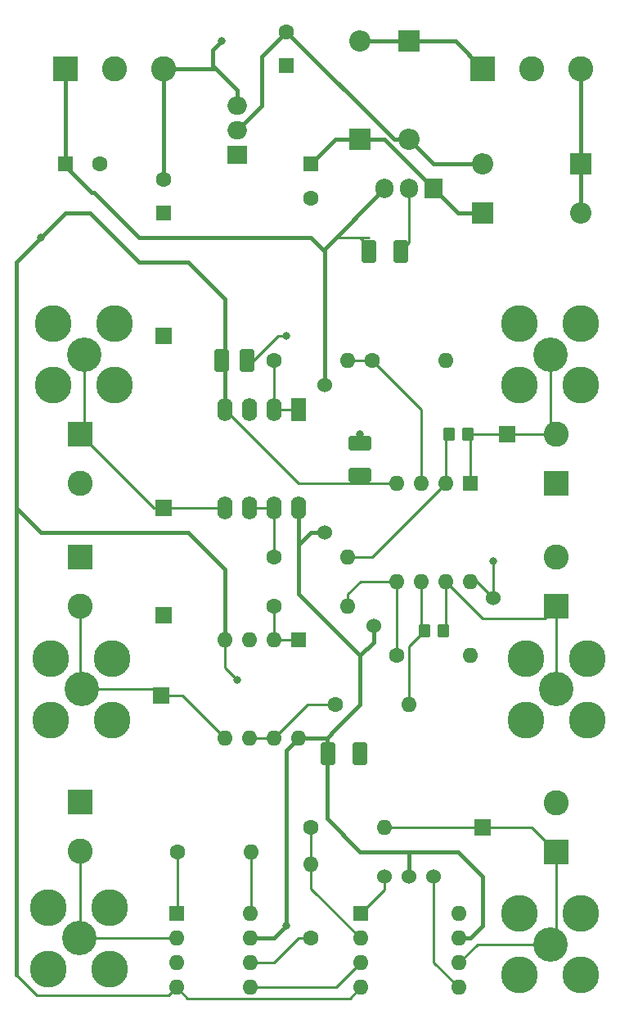
<source format=gbr>
%TF.GenerationSoftware,KiCad,Pcbnew,(6.0.9)*%
%TF.CreationDate,2024-03-02T11:40:50+05:30*%
%TF.ProjectId,CT_2.0.0,43545f32-2e30-42e3-902e-6b696361645f,rev?*%
%TF.SameCoordinates,Original*%
%TF.FileFunction,Copper,L1,Top*%
%TF.FilePolarity,Positive*%
%FSLAX46Y46*%
G04 Gerber Fmt 4.6, Leading zero omitted, Abs format (unit mm)*
G04 Created by KiCad (PCBNEW (6.0.9)) date 2024-03-02 11:40:50*
%MOMM*%
%LPD*%
G01*
G04 APERTURE LIST*
G04 Aperture macros list*
%AMRoundRect*
0 Rectangle with rounded corners*
0 $1 Rounding radius*
0 $2 $3 $4 $5 $6 $7 $8 $9 X,Y pos of 4 corners*
0 Add a 4 corners polygon primitive as box body*
4,1,4,$2,$3,$4,$5,$6,$7,$8,$9,$2,$3,0*
0 Add four circle primitives for the rounded corners*
1,1,$1+$1,$2,$3*
1,1,$1+$1,$4,$5*
1,1,$1+$1,$6,$7*
1,1,$1+$1,$8,$9*
0 Add four rect primitives between the rounded corners*
20,1,$1+$1,$2,$3,$4,$5,0*
20,1,$1+$1,$4,$5,$6,$7,0*
20,1,$1+$1,$6,$7,$8,$9,0*
20,1,$1+$1,$8,$9,$2,$3,0*%
G04 Aperture macros list end*
%TA.AperFunction,ComponentPad*%
%ADD10R,2.600000X2.600000*%
%TD*%
%TA.AperFunction,ComponentPad*%
%ADD11C,2.600000*%
%TD*%
%TA.AperFunction,ComponentPad*%
%ADD12C,1.600000*%
%TD*%
%TA.AperFunction,ComponentPad*%
%ADD13O,1.600000X1.600000*%
%TD*%
%TA.AperFunction,ComponentPad*%
%ADD14C,3.556000*%
%TD*%
%TA.AperFunction,ComponentPad*%
%ADD15C,3.810000*%
%TD*%
%TA.AperFunction,SMDPad,CuDef*%
%ADD16RoundRect,0.250000X-0.350000X-0.450000X0.350000X-0.450000X0.350000X0.450000X-0.350000X0.450000X0*%
%TD*%
%TA.AperFunction,ComponentPad*%
%ADD17R,1.600000X1.600000*%
%TD*%
%TA.AperFunction,ComponentPad*%
%ADD18C,1.524000*%
%TD*%
%TA.AperFunction,ComponentPad*%
%ADD19R,1.600000X2.400000*%
%TD*%
%TA.AperFunction,ComponentPad*%
%ADD20O,1.600000X2.400000*%
%TD*%
%TA.AperFunction,SMDPad,CuDef*%
%ADD21RoundRect,0.250001X-0.499999X-0.924999X0.499999X-0.924999X0.499999X0.924999X-0.499999X0.924999X0*%
%TD*%
%TA.AperFunction,SMDPad,CuDef*%
%ADD22RoundRect,0.250001X0.924999X-0.499999X0.924999X0.499999X-0.924999X0.499999X-0.924999X-0.499999X0*%
%TD*%
%TA.AperFunction,ComponentPad*%
%ADD23R,1.700000X1.700000*%
%TD*%
%TA.AperFunction,SMDPad,CuDef*%
%ADD24RoundRect,0.250000X0.350000X0.450000X-0.350000X0.450000X-0.350000X-0.450000X0.350000X-0.450000X0*%
%TD*%
%TA.AperFunction,ComponentPad*%
%ADD25R,1.905000X2.000000*%
%TD*%
%TA.AperFunction,ComponentPad*%
%ADD26O,1.905000X2.000000*%
%TD*%
%TA.AperFunction,SMDPad,CuDef*%
%ADD27RoundRect,0.250000X-0.500000X-0.925000X0.500000X-0.925000X0.500000X0.925000X-0.500000X0.925000X0*%
%TD*%
%TA.AperFunction,ComponentPad*%
%ADD28R,2.000000X1.905000*%
%TD*%
%TA.AperFunction,ComponentPad*%
%ADD29O,2.000000X1.905000*%
%TD*%
%TA.AperFunction,ComponentPad*%
%ADD30R,2.200000X2.200000*%
%TD*%
%TA.AperFunction,ComponentPad*%
%ADD31O,2.200000X2.200000*%
%TD*%
%TA.AperFunction,ViaPad*%
%ADD32C,0.800000*%
%TD*%
%TA.AperFunction,Conductor*%
%ADD33C,0.400000*%
%TD*%
%TA.AperFunction,Conductor*%
%ADD34C,0.250000*%
%TD*%
G04 APERTURE END LIST*
D10*
%TO.P,J7,1,Pin_1*%
%TO.N,+8V*%
X76195000Y-51105000D03*
D11*
%TO.P,J7,2,Pin_2*%
%TO.N,GND*%
X81275000Y-51105000D03*
%TO.P,J7,3,Pin_3*%
%TO.N,-8V*%
X86355000Y-51105000D03*
%TD*%
D12*
%TO.P,R7,1*%
%TO.N,Net-(R2-Pad2)*%
X101600000Y-129540000D03*
D13*
%TO.P,R7,2*%
%TO.N,Net-(J2-Pad1)*%
X109220000Y-129540000D03*
%TD*%
D12*
%TO.P,R6,1*%
%TO.N,Net-(R6-Pad1)*%
X104140000Y-116840000D03*
D13*
%TO.P,R6,2*%
%TO.N,Net-(R11-Pad1)*%
X111760000Y-116840000D03*
%TD*%
D14*
%TO.P,J5,1,In*%
%TO.N,Net-(J12-Pad2)*%
X77825000Y-115240000D03*
D15*
%TO.P,J5,2,Ext*%
%TO.N,Net-(J12-Pad1)*%
X74650000Y-112065000D03*
X81000000Y-112065000D03*
X74650000Y-118415000D03*
X81000000Y-118415000D03*
%TD*%
D16*
%TO.P,R11,1*%
%TO.N,Net-(R11-Pad1)*%
X113300000Y-109220000D03*
%TO.P,R11,2*%
%TO.N,Net-(J13-Pad1)*%
X115300000Y-109220000D03*
%TD*%
D17*
%TO.P,C3,1*%
%TO.N,+8V*%
X76200000Y-60960000D03*
D12*
%TO.P,C3,2*%
%TO.N,GND*%
X79700000Y-60960000D03*
%TD*%
D17*
%TO.P,C1,1*%
%TO.N,Net-(C1-Pad1)*%
X101600000Y-60960000D03*
D12*
%TO.P,C1,2*%
%TO.N,GND*%
X101600000Y-64460000D03*
%TD*%
D18*
%TO.P,U8,1*%
%TO.N,+8V*%
X120424700Y-105785873D03*
X108050200Y-108642751D03*
%TD*%
D14*
%TO.P,J4,1,In*%
%TO.N,Net-(J11-Pad2)*%
X77561500Y-140980000D03*
D15*
%TO.P,J4,2,Ext*%
%TO.N,Net-(J11-Pad1)*%
X80736500Y-144155000D03*
X80736500Y-137805000D03*
X74386500Y-137805000D03*
X74386500Y-144155000D03*
%TD*%
D12*
%TO.P,R5,1*%
%TO.N,Net-(R5-Pad1)*%
X97790000Y-106680000D03*
D13*
%TO.P,R5,2*%
%TO.N,Net-(R5-Pad2)*%
X105410000Y-106680000D03*
%TD*%
D18*
%TO.P,U9,1*%
%TO.N,+8V*%
X103000000Y-99060000D03*
X103000000Y-83820000D03*
%TD*%
D17*
%TO.P,C4,1*%
%TO.N,GND*%
X86360000Y-66040000D03*
D12*
%TO.P,C4,2*%
%TO.N,-8V*%
X86360000Y-62540000D03*
%TD*%
D19*
%TO.P,U1,1*%
%TO.N,Net-(R3-Pad1)*%
X100320000Y-86365000D03*
D20*
%TO.P,U1,2,-*%
X97780000Y-86365000D03*
%TO.P,U1,3,+*%
%TO.N,Net-(J3-Pad2)*%
X95240000Y-86365000D03*
%TO.P,U1,4,V-*%
%TO.N,-8V*%
X92700000Y-86365000D03*
%TO.P,U1,5,+*%
%TO.N,Net-(J3-Pad1)*%
X92700000Y-96525000D03*
%TO.P,U1,6,-*%
%TO.N,Net-(R4-Pad1)*%
X95240000Y-96525000D03*
%TO.P,U1,7*%
X97780000Y-96525000D03*
%TO.P,U1,8,V+*%
%TO.N,+8V*%
X100320000Y-96525000D03*
%TD*%
D21*
%TO.P,C7,1*%
%TO.N,+8V*%
X103375000Y-121920000D03*
%TO.P,C7,2*%
%TO.N,GND*%
X106625000Y-121920000D03*
%TD*%
D12*
%TO.P,R9,1*%
%TO.N,Net-(R5-Pad2)*%
X110490000Y-111760000D03*
D13*
%TO.P,R9,2*%
%TO.N,GND*%
X118110000Y-111760000D03*
%TD*%
D21*
%TO.P,C10,1*%
%TO.N,+8V*%
X107595000Y-70000000D03*
%TO.P,C10,2*%
%TO.N,GND*%
X110845000Y-70000000D03*
%TD*%
D14*
%TO.P,J3,1,In*%
%TO.N,Net-(J3-Pad1)*%
X78105000Y-80645000D03*
D15*
%TO.P,J3,2,Ext*%
%TO.N,Net-(J3-Pad2)*%
X74930000Y-83820000D03*
X81280000Y-77470000D03*
X74930000Y-77470000D03*
X81280000Y-83820000D03*
%TD*%
D17*
%TO.P,U6,1,NULL*%
%TO.N,Net-(U6-Pad1)*%
X106751500Y-138440000D03*
D13*
%TO.P,U6,2,-*%
%TO.N,Net-(R2-Pad2)*%
X106751500Y-140980000D03*
%TO.P,U6,3,+*%
%TO.N,GND*%
X106751500Y-143520000D03*
%TO.P,U6,4,V-*%
%TO.N,-8V*%
X106751500Y-146060000D03*
%TO.P,U6,5,NULL*%
%TO.N,Net-(U6-Pad5)*%
X116911500Y-146060000D03*
%TO.P,U6,6*%
%TO.N,Net-(J2-Pad1)*%
X116911500Y-143520000D03*
%TO.P,U6,7,V+*%
%TO.N,+8V*%
X116911500Y-140980000D03*
%TO.P,U6,8,NC*%
%TO.N,unconnected-(U6-Pad8)*%
X116911500Y-138440000D03*
%TD*%
D10*
%TO.P,J1,1,Pin_1*%
%TO.N,Net-(D1-Pad2)*%
X119375000Y-51105000D03*
D11*
%TO.P,J1,2,Pin_2*%
%TO.N,GND*%
X124455000Y-51105000D03*
%TO.P,J1,3,Pin_3*%
%TO.N,Net-(D3-Pad2)*%
X129535000Y-51105000D03*
%TD*%
D22*
%TO.P,C13,1*%
%TO.N,-8V*%
X106680000Y-93065000D03*
%TO.P,C13,2*%
%TO.N,GND*%
X106680000Y-89815000D03*
%TD*%
D17*
%TO.P,U3,1*%
%TO.N,Net-(R5-Pad1)*%
X100320000Y-110140000D03*
D13*
%TO.P,U3,2,-*%
X97780000Y-110140000D03*
%TO.P,U3,3,+*%
%TO.N,Net-(J12-Pad1)*%
X95240000Y-110140000D03*
%TO.P,U3,4,V-*%
%TO.N,-8V*%
X92700000Y-110140000D03*
%TO.P,U3,5,+*%
%TO.N,Net-(J12-Pad2)*%
X92700000Y-120300000D03*
%TO.P,U3,6,-*%
%TO.N,Net-(R6-Pad1)*%
X95240000Y-120300000D03*
%TO.P,U3,7*%
X97780000Y-120300000D03*
%TO.P,U3,8,V+*%
%TO.N,+8V*%
X100320000Y-120300000D03*
%TD*%
D23*
%TO.P,TP5,1,1*%
%TO.N,Net-(J12-Pad1)*%
X86360000Y-107620000D03*
%TD*%
D17*
%TO.P,U7,1*%
%TO.N,Net-(J15-Pad2)*%
X118100000Y-93960000D03*
D13*
%TO.P,U7,2,-*%
%TO.N,Net-(R10-Pad2)*%
X115560000Y-93960000D03*
%TO.P,U7,3,+*%
%TO.N,Net-(R3-Pad2)*%
X113020000Y-93960000D03*
%TO.P,U7,4,V-*%
%TO.N,-8V*%
X110480000Y-93960000D03*
%TO.P,U7,5,+*%
%TO.N,Net-(R5-Pad2)*%
X110480000Y-104120000D03*
%TO.P,U7,6,-*%
%TO.N,Net-(R11-Pad1)*%
X113020000Y-104120000D03*
%TO.P,U7,7*%
%TO.N,Net-(J13-Pad1)*%
X115560000Y-104120000D03*
%TO.P,U7,8,V+*%
%TO.N,+8V*%
X118100000Y-104120000D03*
%TD*%
D23*
%TO.P,TP1,1,1*%
%TO.N,Net-(J3-Pad1)*%
X86360000Y-96520000D03*
%TD*%
D14*
%TO.P,J9,1,In*%
%TO.N,Net-(J13-Pad1)*%
X127000000Y-115240000D03*
D15*
%TO.P,J9,2,Ext*%
%TO.N,GND*%
X130175000Y-112065000D03*
X123825000Y-112065000D03*
X130175000Y-118415000D03*
X123825000Y-118415000D03*
%TD*%
D17*
%TO.P,U2,1,Rg*%
%TO.N,Net-(R1-Pad1)*%
X87640000Y-138440000D03*
D13*
%TO.P,U2,2,-*%
%TO.N,Net-(J11-Pad2)*%
X87640000Y-140980000D03*
%TO.P,U2,3,+*%
%TO.N,Net-(J11-Pad1)*%
X87640000Y-143520000D03*
%TO.P,U2,4,V-*%
%TO.N,-8V*%
X87640000Y-146060000D03*
%TO.P,U2,5,Ref*%
%TO.N,GND*%
X95260000Y-146060000D03*
%TO.P,U2,6*%
%TO.N,Net-(R2-Pad1)*%
X95260000Y-143520000D03*
%TO.P,U2,7,V+*%
%TO.N,+8V*%
X95260000Y-140980000D03*
%TO.P,U2,8,Rg*%
%TO.N,Net-(R1-Pad2)*%
X95260000Y-138440000D03*
%TD*%
D24*
%TO.P,R10,1*%
%TO.N,Net-(J15-Pad2)*%
X117840000Y-88900000D03*
%TO.P,R10,2*%
%TO.N,Net-(R10-Pad2)*%
X115840000Y-88900000D03*
%TD*%
D23*
%TO.P,TP4,1,1*%
%TO.N,Net-(J3-Pad2)*%
X86360000Y-78740000D03*
%TD*%
D12*
%TO.P,R1,1*%
%TO.N,Net-(R1-Pad1)*%
X87721500Y-132080000D03*
D13*
%TO.P,R1,2*%
%TO.N,Net-(R1-Pad2)*%
X95341500Y-132080000D03*
%TD*%
D25*
%TO.P,U4,1,VI*%
%TO.N,Net-(C1-Pad1)*%
X114300000Y-63500000D03*
D26*
%TO.P,U4,2,GND*%
%TO.N,GND*%
X111760000Y-63500000D03*
%TO.P,U4,3,VO*%
%TO.N,+8V*%
X109220000Y-63500000D03*
%TD*%
D12*
%TO.P,R4,1*%
%TO.N,Net-(R4-Pad1)*%
X97790000Y-101600000D03*
D13*
%TO.P,R4,2*%
%TO.N,Net-(R10-Pad2)*%
X105410000Y-101600000D03*
%TD*%
D23*
%TO.P,TP3,1,1*%
%TO.N,Net-(J12-Pad2)*%
X86080000Y-115875000D03*
%TD*%
D14*
%TO.P,J10,1,In*%
%TO.N,Net-(J15-Pad2)*%
X126365000Y-80645000D03*
D15*
%TO.P,J10,2,Ext*%
%TO.N,GND*%
X129540000Y-83820000D03*
X129540000Y-77470000D03*
X123190000Y-77470000D03*
X123190000Y-83820000D03*
%TD*%
D12*
%TO.P,R3,1*%
%TO.N,Net-(R3-Pad1)*%
X97790000Y-81280000D03*
D13*
%TO.P,R3,2*%
%TO.N,Net-(R3-Pad2)*%
X105410000Y-81280000D03*
%TD*%
D21*
%TO.P,C16,1*%
%TO.N,-8V*%
X92355000Y-81280000D03*
D27*
%TO.P,C16,2*%
%TO.N,GND*%
X95000000Y-81280000D03*
%TD*%
D23*
%TO.P,TP6,1,1*%
%TO.N,Net-(J2-Pad1)*%
X119380000Y-129540000D03*
%TD*%
D12*
%TO.P,R8,1*%
%TO.N,Net-(R3-Pad2)*%
X107950000Y-81280000D03*
D13*
%TO.P,R8,2*%
%TO.N,GND*%
X115570000Y-81280000D03*
%TD*%
D14*
%TO.P,J6,1,In*%
%TO.N,Net-(J2-Pad1)*%
X126365000Y-141605000D03*
D15*
%TO.P,J6,2,Ext*%
%TO.N,GND*%
X123190000Y-144780000D03*
X129540000Y-138430000D03*
X129540000Y-144780000D03*
X123190000Y-138430000D03*
%TD*%
D12*
%TO.P,R2,1*%
%TO.N,Net-(R2-Pad1)*%
X101600000Y-140970000D03*
D13*
%TO.P,R2,2*%
%TO.N,Net-(R2-Pad2)*%
X101600000Y-133350000D03*
%TD*%
D28*
%TO.P,U5,1,GND*%
%TO.N,GND*%
X93980000Y-60000000D03*
D29*
%TO.P,U5,2,VI*%
%TO.N,Net-(C2-Pad2)*%
X93980000Y-57460000D03*
%TO.P,U5,3,VO*%
%TO.N,-8V*%
X93980000Y-54920000D03*
%TD*%
D23*
%TO.P,TP8,1,1*%
%TO.N,Net-(J15-Pad2)*%
X121920000Y-88900000D03*
%TD*%
D17*
%TO.P,C2,1*%
%TO.N,GND*%
X99060000Y-50800000D03*
D12*
%TO.P,C2,2*%
%TO.N,Net-(C2-Pad2)*%
X99060000Y-47300000D03*
%TD*%
D10*
%TO.P,J12,1,Pin_1*%
%TO.N,Net-(J12-Pad1)*%
X77680000Y-101590000D03*
D11*
%TO.P,J12,2,Pin_2*%
%TO.N,Net-(J12-Pad2)*%
X77680000Y-106670000D03*
%TD*%
D18*
%TO.P,RV1,1,1*%
%TO.N,Net-(U6-Pad5)*%
X114300000Y-134620000D03*
%TO.P,RV1,2,2*%
%TO.N,+8V*%
X111760000Y-134620000D03*
%TO.P,RV1,3,3*%
%TO.N,Net-(U6-Pad1)*%
X109220000Y-134620000D03*
%TD*%
D30*
%TO.P,D1,1,K*%
%TO.N,Net-(C1-Pad1)*%
X106680000Y-58420000D03*
D31*
%TO.P,D1,2,A*%
%TO.N,Net-(D1-Pad2)*%
X106680000Y-48260000D03*
%TD*%
D10*
%TO.P,J14,1,Pin_1*%
%TO.N,Net-(J3-Pad1)*%
X77680000Y-88890000D03*
D11*
%TO.P,J14,2,Pin_2*%
%TO.N,Net-(J3-Pad2)*%
X77680000Y-93970000D03*
%TD*%
D10*
%TO.P,J2,1,Pin_1*%
%TO.N,Net-(J2-Pad1)*%
X127000000Y-132080000D03*
D11*
%TO.P,J2,2,Pin_2*%
%TO.N,GND*%
X127000000Y-127000000D03*
%TD*%
D30*
%TO.P,D3,1,K*%
%TO.N,Net-(C1-Pad1)*%
X119380000Y-66040000D03*
D31*
%TO.P,D3,2,A*%
%TO.N,Net-(D3-Pad2)*%
X129540000Y-66040000D03*
%TD*%
D10*
%TO.P,J15,1,Pin_1*%
%TO.N,GND*%
X127000000Y-93980000D03*
D11*
%TO.P,J15,2,Pin_2*%
%TO.N,Net-(J15-Pad2)*%
X127000000Y-88900000D03*
%TD*%
D30*
%TO.P,D4,1,K*%
%TO.N,Net-(D3-Pad2)*%
X129540000Y-60960000D03*
D31*
%TO.P,D4,2,A*%
%TO.N,Net-(C2-Pad2)*%
X119380000Y-60960000D03*
%TD*%
D30*
%TO.P,D2,1,K*%
%TO.N,Net-(D1-Pad2)*%
X111760000Y-48260000D03*
D31*
%TO.P,D2,2,A*%
%TO.N,Net-(C2-Pad2)*%
X111760000Y-58420000D03*
%TD*%
D10*
%TO.P,J11,1,Pin_1*%
%TO.N,Net-(J11-Pad1)*%
X77680000Y-126908500D03*
D11*
%TO.P,J11,2,Pin_2*%
%TO.N,Net-(J11-Pad2)*%
X77680000Y-131988500D03*
%TD*%
D10*
%TO.P,J13,1,Pin_1*%
%TO.N,Net-(J13-Pad1)*%
X127000000Y-106680000D03*
D11*
%TO.P,J13,2,Pin_2*%
%TO.N,GND*%
X127000000Y-101600000D03*
%TD*%
D32*
%TO.N,GND*%
X99060000Y-78740000D03*
X106680000Y-88900000D03*
X106680000Y-121920000D03*
%TO.N,+8V*%
X99060000Y-139700000D03*
X120424700Y-102000000D03*
%TO.N,-8V*%
X93980000Y-114300000D03*
X92355000Y-48260000D03*
X73660000Y-68580000D03*
%TD*%
D33*
%TO.N,Net-(C1-Pad1)*%
X106680000Y-58420000D02*
X109220000Y-58420000D01*
X106680000Y-58420000D02*
X104140000Y-58420000D01*
X104140000Y-58420000D02*
X101600000Y-60960000D01*
X109220000Y-58420000D02*
X114300000Y-63500000D01*
X116840000Y-66040000D02*
X114300000Y-63500000D01*
X119380000Y-66040000D02*
X116840000Y-66040000D01*
D34*
%TO.N,GND*%
X111760000Y-69085000D02*
X111760000Y-66040000D01*
X106625000Y-121920000D02*
X106680000Y-121920000D01*
X104211500Y-146060000D02*
X106751500Y-143520000D01*
X111760000Y-63500000D02*
X111760000Y-66040000D01*
X95605000Y-81280000D02*
X98145000Y-78740000D01*
X95260000Y-146060000D02*
X104211500Y-146060000D01*
X111760000Y-66040000D02*
X111760000Y-67665000D01*
X106680000Y-89815000D02*
X106680000Y-88900000D01*
X98145000Y-78740000D02*
X99060000Y-78740000D01*
X110845000Y-70000000D02*
X111760000Y-69085000D01*
D33*
%TO.N,Net-(C2-Pad2)*%
X96520000Y-54920000D02*
X96520000Y-53340000D01*
X111760000Y-58420000D02*
X110180000Y-58420000D01*
X119380000Y-60960000D02*
X114300000Y-60960000D01*
X93980000Y-57460000D02*
X96520000Y-54920000D01*
X96520000Y-49840000D02*
X99060000Y-47300000D01*
X96520000Y-53340000D02*
X96520000Y-49840000D01*
X114300000Y-60960000D02*
X111760000Y-58420000D01*
X110180000Y-58420000D02*
X99060000Y-47300000D01*
%TO.N,+8V*%
X106680000Y-132080000D02*
X103220000Y-128620000D01*
X101600000Y-68580000D02*
X103000000Y-69980000D01*
X100320000Y-100340000D02*
X100320000Y-105400000D01*
X78905000Y-63900000D02*
X79140000Y-63900000D01*
X111760000Y-134620000D02*
X111760000Y-132080000D01*
D34*
X100325000Y-96520000D02*
X100320000Y-96525000D01*
X120424700Y-105785873D02*
X120424700Y-101729700D01*
D33*
X119380000Y-139700000D02*
X119380000Y-134620000D01*
X103000000Y-99060000D02*
X101600000Y-99060000D01*
X108050200Y-110389800D02*
X108050200Y-108642751D01*
D34*
X107595000Y-68580000D02*
X106680000Y-68580000D01*
D33*
X101600000Y-106680000D02*
X106680000Y-111760000D01*
X76195000Y-51105000D02*
X76195000Y-60955000D01*
X76195000Y-60955000D02*
X76200000Y-60960000D01*
X104140000Y-119380000D02*
X106680000Y-116840000D01*
D34*
X107595000Y-69495000D02*
X106680000Y-68580000D01*
X106680000Y-68580000D02*
X104140000Y-68580000D01*
D33*
X99060000Y-139700000D02*
X99060000Y-121560000D01*
X108050200Y-110389800D02*
X106680000Y-111760000D01*
D34*
X118758827Y-104120000D02*
X118100000Y-104120000D01*
D33*
X95260000Y-140980000D02*
X97780000Y-140980000D01*
X103220000Y-120300000D02*
X104140000Y-119380000D01*
X97780000Y-140980000D02*
X99060000Y-139700000D01*
X100320000Y-120300000D02*
X103220000Y-120300000D01*
X103220000Y-128620000D02*
X103220000Y-120300000D01*
X111760000Y-132080000D02*
X106680000Y-132080000D01*
X103000000Y-69720000D02*
X109220000Y-63500000D01*
X79140000Y-63900000D02*
X83820000Y-68580000D01*
X100320000Y-96525000D02*
X100320000Y-100340000D01*
X101600000Y-99060000D02*
X100320000Y-100340000D01*
X103000000Y-69980000D02*
X103000000Y-69720000D01*
X76200000Y-60960000D02*
X76200000Y-61195000D01*
X103000000Y-69980000D02*
X103000000Y-83820000D01*
X106680000Y-111760000D02*
X106680000Y-114300000D01*
X116911500Y-140980000D02*
X118100000Y-140980000D01*
D34*
X120424700Y-105785873D02*
X118758827Y-104120000D01*
D33*
X99060000Y-121560000D02*
X100320000Y-120300000D01*
D34*
X107595000Y-70000000D02*
X107595000Y-69495000D01*
X104140000Y-68580000D02*
X103000000Y-69720000D01*
D33*
X83820000Y-68580000D02*
X101600000Y-68580000D01*
X116840000Y-132080000D02*
X111760000Y-132080000D01*
X106680000Y-116840000D02*
X106680000Y-114300000D01*
X76200000Y-61195000D02*
X78905000Y-63900000D01*
X100320000Y-105400000D02*
X101600000Y-106680000D01*
X119380000Y-134620000D02*
X116840000Y-132080000D01*
X118100000Y-140980000D02*
X119380000Y-139700000D01*
%TO.N,-8V*%
X91440000Y-73660000D02*
X88900000Y-71120000D01*
X91440000Y-49175000D02*
X91440000Y-50800000D01*
D34*
X73199999Y-146859999D02*
X71120000Y-144780000D01*
X93980000Y-114300000D02*
X92700000Y-113020000D01*
D33*
X76200000Y-66040000D02*
X73660000Y-68580000D01*
X93980000Y-54920000D02*
X93980000Y-53340000D01*
D34*
X110480000Y-93960000D02*
X100295000Y-93960000D01*
D33*
X92355000Y-48260000D02*
X91440000Y-49175000D01*
X91745000Y-51105000D02*
X93980000Y-53340000D01*
D34*
X110480000Y-93960000D02*
X107575000Y-93960000D01*
D33*
X92700000Y-102860000D02*
X92700000Y-110140000D01*
X88900000Y-99060000D02*
X92700000Y-102860000D01*
X88900000Y-71120000D02*
X83820000Y-71120000D01*
X86355000Y-51105000D02*
X91745000Y-51105000D01*
D34*
X92700000Y-113020000D02*
X92700000Y-110140000D01*
D33*
X91440000Y-50800000D02*
X91745000Y-51105000D01*
X71120000Y-96520000D02*
X73660000Y-99060000D01*
D34*
X106751500Y-146060000D02*
X105626500Y-147185000D01*
D33*
X73660000Y-99060000D02*
X88900000Y-99060000D01*
D34*
X88765000Y-147185000D02*
X87640000Y-146060000D01*
X107575000Y-93960000D02*
X106680000Y-93065000D01*
D33*
X92700000Y-74920000D02*
X91440000Y-73660000D01*
X83820000Y-71120000D02*
X78740000Y-66040000D01*
X71120000Y-144780000D02*
X71120000Y-96520000D01*
D34*
X87640000Y-146060000D02*
X86840001Y-146859999D01*
D33*
X71120000Y-96520000D02*
X71120000Y-71120000D01*
X78740000Y-66040000D02*
X76200000Y-66040000D01*
X71120000Y-71120000D02*
X73660000Y-68580000D01*
D34*
X105626500Y-147185000D02*
X88765000Y-147185000D01*
D33*
X92700000Y-86365000D02*
X92700000Y-74920000D01*
X86355000Y-51105000D02*
X86355000Y-62535000D01*
X86355000Y-62535000D02*
X86360000Y-62540000D01*
D34*
X100295000Y-93960000D02*
X92700000Y-86365000D01*
X86840001Y-146859999D02*
X73199999Y-146859999D01*
D33*
%TO.N,Net-(D1-Pad2)*%
X116530000Y-48260000D02*
X119375000Y-51105000D01*
X106680000Y-48260000D02*
X111760000Y-48260000D01*
X111760000Y-48260000D02*
X116530000Y-48260000D01*
%TO.N,Net-(D3-Pad2)*%
X129535000Y-51105000D02*
X129535000Y-66035000D01*
X129535000Y-66035000D02*
X129540000Y-66040000D01*
D34*
%TO.N,Net-(J3-Pad1)*%
X85310000Y-96520000D02*
X86360000Y-96520000D01*
X92695000Y-96520000D02*
X92700000Y-96525000D01*
X78105000Y-88465000D02*
X77680000Y-88890000D01*
X78105000Y-80645000D02*
X78105000Y-88465000D01*
X86360000Y-96520000D02*
X92695000Y-96520000D01*
X77680000Y-88890000D02*
X85310000Y-96520000D01*
%TO.N,Net-(R1-Pad1)*%
X87721500Y-132080000D02*
X87721500Y-138358500D01*
X87721500Y-138358500D02*
X87640000Y-138440000D01*
%TO.N,Net-(R1-Pad2)*%
X95341500Y-132080000D02*
X95341500Y-138358500D01*
X95341500Y-138358500D02*
X95260000Y-138440000D01*
%TO.N,Net-(R2-Pad1)*%
X100330000Y-140970000D02*
X101600000Y-140970000D01*
X97780000Y-143520000D02*
X100330000Y-140970000D01*
X95260000Y-143520000D02*
X97780000Y-143520000D01*
%TO.N,Net-(R2-Pad2)*%
X101600000Y-135828500D02*
X106751500Y-140980000D01*
X101600000Y-133350000D02*
X101600000Y-135828500D01*
X101600000Y-129540000D02*
X101600000Y-133350000D01*
%TO.N,Net-(R3-Pad1)*%
X100320000Y-86365000D02*
X97780000Y-86365000D01*
X97790000Y-81280000D02*
X97790000Y-86355000D01*
X97790000Y-86355000D02*
X97780000Y-86365000D01*
%TO.N,Net-(R3-Pad2)*%
X113020000Y-93960000D02*
X113020000Y-86350000D01*
X113020000Y-86350000D02*
X107950000Y-81280000D01*
X107950000Y-81280000D02*
X105410000Y-81280000D01*
%TO.N,Net-(R4-Pad1)*%
X97780000Y-96525000D02*
X97780000Y-101590000D01*
X97780000Y-101590000D02*
X97790000Y-101600000D01*
X95240000Y-96525000D02*
X97780000Y-96525000D01*
%TO.N,Net-(R10-Pad2)*%
X115560000Y-89180000D02*
X115840000Y-88900000D01*
X107920000Y-101600000D02*
X115560000Y-93960000D01*
X115560000Y-93960000D02*
X115560000Y-89180000D01*
X105410000Y-101600000D02*
X107920000Y-101600000D01*
%TO.N,Net-(R5-Pad1)*%
X100320000Y-110140000D02*
X97780000Y-110140000D01*
X97790000Y-106680000D02*
X97790000Y-110130000D01*
X97790000Y-110130000D02*
X97780000Y-110140000D01*
%TO.N,Net-(R5-Pad2)*%
X110490000Y-104130000D02*
X110480000Y-104120000D01*
X105410000Y-106680000D02*
X105410000Y-105410000D01*
X106700000Y-104120000D02*
X110480000Y-104120000D01*
X105410000Y-105410000D02*
X106700000Y-104120000D01*
X110490000Y-111760000D02*
X110490000Y-104130000D01*
%TO.N,Net-(R6-Pad1)*%
X97780000Y-120300000D02*
X95240000Y-120300000D01*
X97780000Y-120300000D02*
X101240000Y-116840000D01*
X101240000Y-116840000D02*
X104140000Y-116840000D01*
%TO.N,Net-(R11-Pad1)*%
X113020000Y-108940000D02*
X113300000Y-109220000D01*
X113020000Y-104120000D02*
X113020000Y-108940000D01*
X111760000Y-110760000D02*
X111760000Y-116840000D01*
X113300000Y-109220000D02*
X111760000Y-110760000D01*
%TO.N,Net-(J11-Pad2)*%
X87640000Y-140980000D02*
X77561500Y-140980000D01*
X77680000Y-131988500D02*
X77680000Y-140861500D01*
X77680000Y-140861500D02*
X77561500Y-140980000D01*
%TO.N,Net-(J12-Pad2)*%
X86080000Y-115875000D02*
X88275000Y-115875000D01*
X88275000Y-115875000D02*
X92700000Y-120300000D01*
X77680000Y-106670000D02*
X77680000Y-115095000D01*
X77825000Y-115240000D02*
X85445000Y-115240000D01*
X77680000Y-115095000D02*
X77825000Y-115240000D01*
X85445000Y-115240000D02*
X86080000Y-115875000D01*
%TO.N,Net-(J13-Pad1)*%
X115300000Y-109220000D02*
X115560000Y-108960000D01*
X125740000Y-107940000D02*
X127000000Y-106680000D01*
X119380000Y-107940000D02*
X125740000Y-107940000D01*
X127000000Y-106680000D02*
X127000000Y-115240000D01*
X115560000Y-108960000D02*
X115560000Y-104120000D01*
X115560000Y-104120000D02*
X119380000Y-107940000D01*
%TO.N,Net-(J2-Pad1)*%
X127000000Y-132080000D02*
X127000000Y-140970000D01*
X109220000Y-129540000D02*
X116840000Y-129540000D01*
X116911500Y-143520000D02*
X118826500Y-141605000D01*
X127000000Y-140970000D02*
X126365000Y-141605000D01*
X124460000Y-129540000D02*
X127000000Y-132080000D01*
X118826500Y-141605000D02*
X126365000Y-141605000D01*
X116840000Y-129540000D02*
X124460000Y-129540000D01*
%TO.N,Net-(U6-Pad1)*%
X109220000Y-135971500D02*
X106751500Y-138440000D01*
X109220000Y-134620000D02*
X109220000Y-135971500D01*
%TO.N,Net-(U6-Pad5)*%
X114300000Y-143448500D02*
X116911500Y-146060000D01*
X114300000Y-134620000D02*
X114300000Y-143448500D01*
%TO.N,Net-(J15-Pad2)*%
X117840000Y-88900000D02*
X127000000Y-88900000D01*
X126365000Y-88265000D02*
X127000000Y-88900000D01*
X126365000Y-80645000D02*
X126365000Y-88265000D01*
X118100000Y-89160000D02*
X118100000Y-93960000D01*
X117840000Y-88900000D02*
X118100000Y-89160000D01*
%TD*%
M02*

</source>
